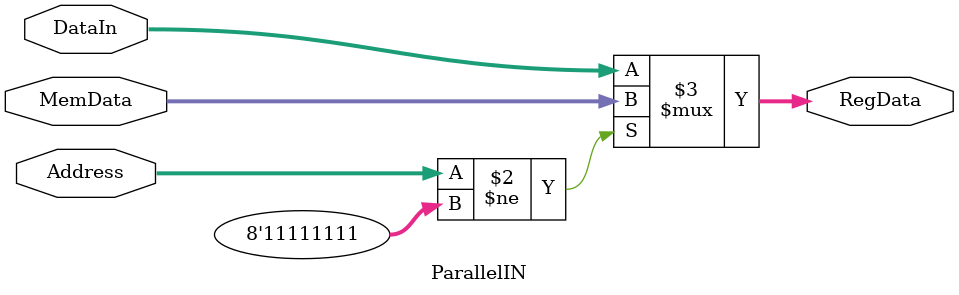
<source format=v>
module ParallelIN (
  input [7:0] Address,
  input [7:0] MemData,  
  input [7:0] DataIn,
  output reg [7:0] RegData
);

always @(*) begin
  // Se o endereço for diferente de 8'hFF, usa o dado da memória (MemData),
  //caso contrário usa o dado de entrada (DataIn)
  RegData = (Address != 8'hFF) ? MemData : DataIn;
end

endmodule


</source>
